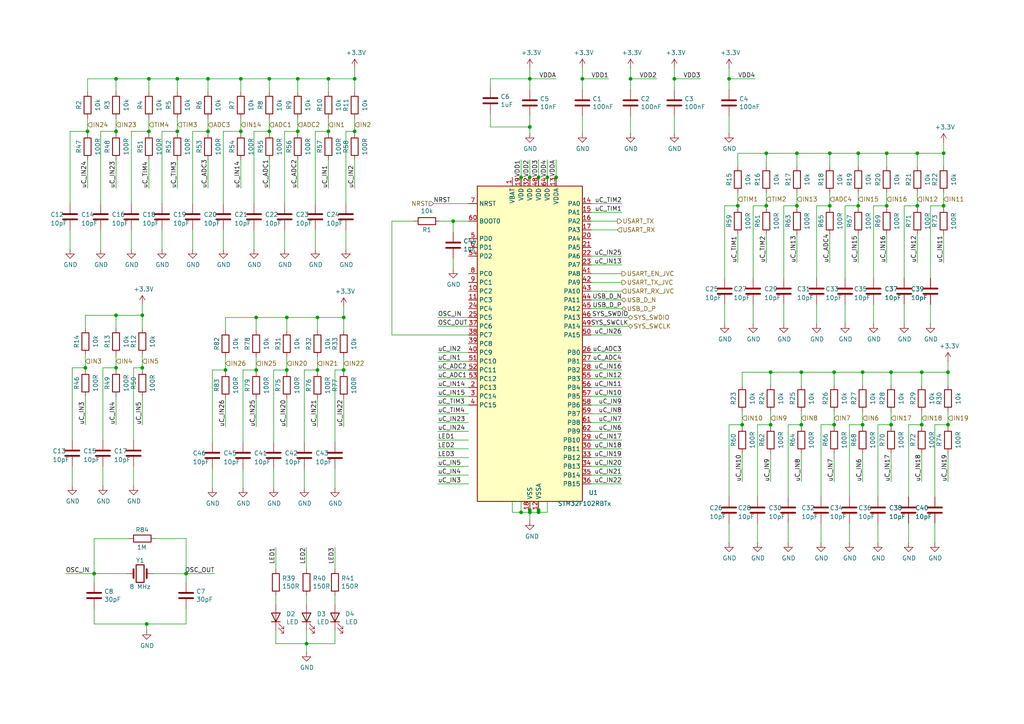
<source format=kicad_sch>
(kicad_sch (version 20250114) (generator "eeschema") (generator_version "9.0")
  (paper "A4")
  (title_block (title "Hido") (date "2020-02-10") (rev "0") (company "DottorConti"))
  (junction (at 25.4 38.1))
  (junction (at 257.175 59.69))
  (junction (at 65.405 107.315))
  (junction (at 41.275 106.68))
  (junction (at 222.25 44.45))
  (junction (at 250.19 107.95))
  (junction (at 151.13 51.435))
  (junction (at 131.445 64.135))
  (junction (at 232.41 107.95))
  (junction (at 92.075 107.315))
  (junction (at 248.92 59.69))
  (junction (at 168.91 22.86))
  (junction (at 273.685 44.45))
  (junction (at 95.25 22.86))
  (junction (at 156.21 51.435))
  (junction (at 43.18 22.86))
  (junction (at 156.21 148.59))
  (junction (at 69.85 22.86))
  (junction (at 232.41 123.19))
  (junction (at 83.185 92.075))
  (junction (at 266.065 44.45))
  (junction (at 273.685 59.69))
  (junction (at 267.335 123.19))
  (junction (at 88.9 186.69))
  (junction (at 86.36 22.86))
  (junction (at 223.52 107.95))
  (junction (at 231.14 59.69))
  (junction (at 78.105 22.86))
  (junction (at 33.655 38.1))
  (junction (at 274.955 107.95))
  (junction (at 99.695 92.075))
  (junction (at 33.655 91.44))
  (junction (at 182.88 22.86))
  (junction (at 102.87 22.86))
  (junction (at 213.995 59.69))
  (junction (at 60.325 38.1))
  (junction (at 274.955 123.19))
  (junction (at 95.25 38.1))
  (junction (at 78.105 38.1))
  (junction (at 241.935 107.95))
  (junction (at 241.935 123.19))
  (junction (at 43.18 38.1))
  (junction (at 83.185 107.315))
  (junction (at 231.14 44.45))
  (junction (at 86.36 38.1))
  (junction (at 258.445 123.19))
  (junction (at 240.665 44.45))
  (junction (at 102.87 38.1))
  (junction (at 92.075 92.075))
  (junction (at 158.75 51.435))
  (junction (at 41.275 91.44))
  (junction (at 248.92 44.45))
  (junction (at 161.29 51.435))
  (junction (at 99.695 107.315))
  (junction (at 51.435 22.86))
  (junction (at 153.67 147.955))
  (junction (at 267.335 107.95))
  (junction (at 51.435 38.1))
  (junction (at 27.305 166.37))
  (junction (at 151.13 148.59))
  (junction (at 74.295 92.075))
  (junction (at 223.52 123.19))
  (junction (at 153.67 51.435))
  (junction (at 240.665 59.69))
  (junction (at 211.455 22.86))
  (junction (at 153.67 148.59))
  (junction (at 69.85 38.1))
  (junction (at 195.58 22.86))
  (junction (at 215.265 123.19))
  (junction (at 156.21 147.955))
  (junction (at 258.445 107.95))
  (junction (at 60.325 22.86))
  (junction (at 266.065 59.69))
  (junction (at 24.765 106.68))
  (junction (at 257.175 44.45))
  (junction (at 74.295 107.315))
  (junction (at 33.655 106.68))
  (junction (at 153.67 36.83))
  (junction (at 222.25 59.69))
  (junction (at 250.19 123.19))
  (junction (at 53.975 166.37))
  (junction (at 42.545 180.975))
  (junction (at 153.67 22.86))
  (junction (at 33.655 22.86))
  (wire (pts (xy 248.92 44.45) (xy 257.175 44.45)))
  (wire (pts (xy 24.765 107.315) (xy 24.765 106.68)))
  (wire (pts (xy 88.265 128.27) (xy 88.265 107.315)))
  (wire (pts (xy 53.975 156.21) (xy 53.975 166.37)))
  (wire (pts (xy 258.445 119.38) (xy 258.445 123.19)))
  (wire (pts (xy 135.89 127.635) (xy 127 127.635)))
  (wire (pts (xy 65.405 115.57) (xy 65.405 123.825)))
  (wire (pts (xy 195.58 22.86) (xy 203.2 22.86)))
  (wire (pts (xy 29.845 135.255) (xy 29.845 140.97)))
  (wire (pts (xy 135.89 102.235) (xy 127 102.235)))
  (wire (pts (xy 25.4 38.1) (xy 25.4 34.29)))
  (wire (pts (xy 97.155 186.69) (xy 88.9 186.69)))
  (wire (pts (xy 158.75 53.975) (xy 158.75 51.435)))
  (wire (pts (xy 210.185 88.265) (xy 210.185 93.98)))
  (wire (pts (xy 238.125 123.19) (xy 241.935 123.19)))
  (wire (pts (xy 78.105 26.67) (xy 78.105 22.86)))
  (wire (pts (xy 151.13 53.975) (xy 151.13 51.435)))
  (wire (pts (xy 86.36 34.29) (xy 86.36 38.1)))
  (wire (pts (xy 156.21 51.435) (xy 156.21 46.355)))
  (wire (pts (xy 153.67 148.59) (xy 153.67 147.955)))
  (wire (pts (xy 171.45 76.835) (xy 180.34 76.835)))
  (wire (pts (xy 82.55 59.055) (xy 82.55 38.1)))
  (wire (pts (xy 153.67 53.975) (xy 153.67 51.435)))
  (wire (pts (xy 83.185 107.315) (xy 83.185 103.505)))
  (wire (pts (xy 248.92 67.945) (xy 248.92 76.2)))
  (wire (pts (xy 92.075 107.95) (xy 92.075 107.315)))
  (wire (pts (xy 53.975 168.91) (xy 53.975 166.37)))
  (wire (pts (xy 83.185 115.57) (xy 83.185 123.825)))
  (wire (pts (xy 227.33 59.69) (xy 231.14 59.69)))
  (wire (pts (xy 33.655 22.86) (xy 43.18 22.86)))
  (wire (pts (xy 171.45 89.535) (xy 180.34 89.535)))
  (wire (pts (xy 36.83 166.37) (xy 27.305 166.37)))
  (wire (pts (xy 27.305 180.975) (xy 27.305 176.53)))
  (wire (pts (xy 88.9 165.1) (xy 88.9 158.75)))
  (wire (pts (xy 236.855 88.265) (xy 236.855 93.98)))
  (wire (pts (xy 171.45 125.095) (xy 180.34 125.095)))
  (wire (pts (xy 153.67 22.86) (xy 161.29 22.86)))
  (wire (pts (xy 25.4 38.735) (xy 25.4 38.1)))
  (wire (pts (xy 38.1 38.1) (xy 43.18 38.1)))
  (wire (pts (xy 80.01 186.69) (xy 80.01 182.88)))
  (wire (pts (xy 61.595 128.27) (xy 61.595 107.315)))
  (wire (pts (xy 223.52 131.445) (xy 223.52 139.7)))
  (wire (pts (xy 88.9 189.23) (xy 88.9 186.69)))
  (wire (pts (xy 171.45 74.295) (xy 180.34 74.295)))
  (wire (pts (xy 171.45 109.855) (xy 180.34 109.855)))
  (wire (pts (xy 240.665 67.945) (xy 240.665 76.2)))
  (wire (pts (xy 213.995 44.45) (xy 222.25 44.45)))
  (wire (pts (xy 33.655 95.25) (xy 33.655 91.44)))
  (wire (pts (xy 60.325 46.355) (xy 60.325 54.61)))
  (wire (pts (xy 232.41 107.95) (xy 241.935 107.95)))
  (wire (pts (xy 171.45 120.015) (xy 180.34 120.015)))
  (wire (pts (xy 51.435 22.86) (xy 60.325 22.86)))
  (wire (pts (xy 102.87 22.86) (xy 102.87 19.685)))
  (wire (pts (xy 92.075 115.57) (xy 92.075 123.825)))
  (wire (pts (xy 20.32 38.1) (xy 25.4 38.1)))
  (wire (pts (xy 100.33 38.1) (xy 102.87 38.1)))
  (wire (pts (xy 153.67 22.86) (xy 153.67 26.035)))
  (wire (pts (xy 161.29 53.975) (xy 161.29 51.435)))
  (wire (pts (xy 246.38 151.765) (xy 246.38 157.48)))
  (wire (pts (xy 228.6 123.19) (xy 232.41 123.19)))
  (wire (pts (xy 86.36 26.67) (xy 86.36 22.86)))
  (wire (pts (xy 182.88 19.685) (xy 182.88 22.86)))
  (wire (pts (xy 135.89 104.775) (xy 127 104.775)))
  (wire (pts (xy 241.935 123.19) (xy 241.935 119.38)))
  (wire (pts (xy 79.375 135.89) (xy 79.375 141.605)))
  (wire (pts (xy 232.41 123.19) (xy 232.41 123.825)))
  (wire (pts (xy 92.075 95.885) (xy 92.075 92.075)))
  (wire (pts (xy 171.45 92.075) (xy 182.245 92.075)))
  (wire (pts (xy 113.665 97.155) (xy 113.665 64.135)))
  (wire (pts (xy 70.485 128.27) (xy 70.485 107.315)))
  (wire (pts (xy 215.265 107.95) (xy 223.52 107.95)))
  (wire (pts (xy 131.445 64.135) (xy 135.89 64.135)))
  (wire (pts (xy 246.38 144.145) (xy 246.38 123.19)))
  (wire (pts (xy 211.455 26.035) (xy 211.455 22.86)))
  (wire (pts (xy 24.765 91.44) (xy 33.655 91.44)))
  (wire (pts (xy 51.435 46.355) (xy 51.435 54.61)))
  (wire (pts (xy 156.21 148.59) (xy 153.67 148.59)))
  (wire (pts (xy 74.295 107.315) (xy 74.295 103.505)))
  (wire (pts (xy 253.365 59.69) (xy 257.175 59.69)))
  (wire (pts (xy 25.4 22.86) (xy 33.655 22.86)))
  (wire (pts (xy 210.185 59.69) (xy 213.995 59.69)))
  (wire (pts (xy 38.735 127.635) (xy 38.735 106.68)))
  (wire (pts (xy 153.67 147.955) (xy 153.67 145.415)))
  (wire (pts (xy 151.13 148.59) (xy 153.67 148.59)))
  (wire (pts (xy 135.89 117.475) (xy 127 117.475)))
  (wire (pts (xy 80.01 165.1) (xy 80.01 158.75)))
  (wire (pts (xy 246.38 123.19) (xy 250.19 123.19)))
  (wire (pts (xy 142.24 25.4) (xy 142.24 22.86)))
  (wire (pts (xy 222.25 67.945) (xy 222.25 76.2)))
  (wire (pts (xy 53.975 180.975) (xy 42.545 180.975)))
  (wire (pts (xy 83.185 92.075) (xy 92.075 92.075)))
  (wire (pts (xy 135.89 94.615) (xy 127 94.615)))
  (wire (pts (xy 65.405 107.315) (xy 65.405 103.505)))
  (wire (pts (xy 171.45 94.615) (xy 182.245 94.615)))
  (wire (pts (xy 29.21 59.055) (xy 29.21 38.1)))
  (wire (pts (xy 55.88 66.675) (xy 55.88 72.39)))
  (wire (pts (xy 88.265 107.315) (xy 92.075 107.315)))
  (wire (pts (xy 102.87 34.29) (xy 102.87 38.1)))
  (wire (pts (xy 80.01 172.72) (xy 80.01 175.26)))
  (wire (pts (xy 213.995 48.26) (xy 213.995 44.45)))
  (wire (pts (xy 211.455 151.765) (xy 211.455 157.48)))
  (wire (pts (xy 274.955 119.38) (xy 274.955 123.19)))
  (wire (pts (xy 171.45 137.795) (xy 180.34 137.795)))
  (wire (pts (xy 102.87 26.67) (xy 102.87 22.86)))
  (wire (pts (xy 51.435 26.67) (xy 51.435 22.86)))
  (wire (pts (xy 236.855 80.645) (xy 236.855 59.69)))
  (wire (pts (xy 248.92 60.325) (xy 248.92 59.69)))
  (wire (pts (xy 135.89 120.015) (xy 127 120.015)))
  (wire (pts (xy 273.685 59.69) (xy 273.685 60.325)))
  (wire (pts (xy 223.52 111.76) (xy 223.52 107.95)))
  (wire (pts (xy 232.41 111.76) (xy 232.41 107.95)))
  (wire (pts (xy 100.33 59.055) (xy 100.33 38.1)))
  (wire (pts (xy 88.265 135.89) (xy 88.265 141.605)))
  (wire (pts (xy 70.485 107.315) (xy 74.295 107.315)))
  (wire (pts (xy 88.9 182.88) (xy 88.9 186.69)))
  (wire (pts (xy 41.275 91.44) (xy 41.275 88.265)))
  (wire (pts (xy 82.55 38.1) (xy 86.36 38.1)))
  (wire (pts (xy 210.185 80.645) (xy 210.185 59.69)))
  (wire (pts (xy 211.455 144.145) (xy 211.455 123.19)))
  (wire (pts (xy 38.735 106.68) (xy 41.275 106.68)))
  (wire (pts (xy 161.29 51.435) (xy 161.29 46.355)))
  (wire (pts (xy 97.155 182.88) (xy 97.155 186.69)))
  (wire (pts (xy 213.995 60.325) (xy 213.995 59.69)))
  (wire (pts (xy 271.145 144.145) (xy 271.145 123.19)))
  (wire (pts (xy 250.19 111.76) (xy 250.19 107.95)))
  (wire (pts (xy 269.875 88.265) (xy 269.875 93.98)))
  (wire (pts (xy 92.075 92.075) (xy 99.695 92.075)))
  (wire (pts (xy 82.55 66.675) (xy 82.55 72.39)))
  (wire (pts (xy 245.11 88.265) (xy 245.11 93.98)))
  (wire (pts (xy 262.255 59.69) (xy 266.065 59.69)))
  (wire (pts (xy 97.155 135.89) (xy 97.155 141.605)))
  (wire (pts (xy 131.445 67.31) (xy 131.445 64.135)))
  (wire (pts (xy 171.45 130.175) (xy 180.34 130.175)))
  (wire (pts (xy 238.125 144.145) (xy 238.125 123.19)))
  (wire (pts (xy 92.075 107.315) (xy 92.075 103.505)))
  (wire (pts (xy 95.25 34.29) (xy 95.25 38.1)))
  (wire (pts (xy 215.265 123.825) (xy 215.265 123.19)))
  (wire (pts (xy 41.275 106.68) (xy 41.275 107.315)))
  (wire (pts (xy 182.88 22.86) (xy 182.88 26.035)))
  (wire (pts (xy 83.185 107.95) (xy 83.185 107.315)))
  (wire (pts (xy 79.375 107.315) (xy 83.185 107.315)))
  (wire (pts (xy 142.24 36.83) (xy 153.67 36.83)))
  (wire (pts (xy 65.405 107.95) (xy 65.405 107.315)))
  (wire (pts (xy 70.485 135.89) (xy 70.485 141.605)))
  (wire (pts (xy 86.36 22.86) (xy 95.25 22.86)))
  (wire (pts (xy 41.275 95.25) (xy 41.275 91.44)))
  (wire (pts (xy 79.375 128.27) (xy 79.375 107.315)))
  (wire (pts (xy 91.44 66.675) (xy 91.44 72.39)))
  (wire (pts (xy 171.45 81.915) (xy 180.34 81.915)))
  (wire (pts (xy 171.45 97.155) (xy 180.34 97.155)))
  (wire (pts (xy 168.91 26.035) (xy 168.91 22.86)))
  (wire (pts (xy 29.845 127.635) (xy 29.845 106.68)))
  (wire (pts (xy 213.995 67.945) (xy 213.995 76.2)))
  (wire (pts (xy 257.175 67.945) (xy 257.175 76.2)))
  (wire (pts (xy 250.19 107.95) (xy 258.445 107.95)))
  (wire (pts (xy 171.45 122.555) (xy 180.34 122.555)))
  (wire (pts (xy 240.665 44.45) (xy 248.92 44.45)))
  (wire (pts (xy 38.1 59.055) (xy 38.1 38.1)))
  (wire (pts (xy 168.91 38.735) (xy 168.91 33.655)))
  (wire (pts (xy 43.18 38.1) (xy 43.18 38.735)))
  (wire (pts (xy 91.44 38.1) (xy 95.25 38.1)))
  (wire (pts (xy 158.75 148.59) (xy 156.21 148.59)))
  (wire (pts (xy 228.6 151.765) (xy 228.6 157.48)))
  (wire (pts (xy 271.145 123.19) (xy 274.955 123.19)))
  (wire (pts (xy 83.185 95.885) (xy 83.185 92.075)))
  (wire (pts (xy 168.91 22.86) (xy 168.91 19.685)))
  (wire (pts (xy 51.435 34.29) (xy 51.435 38.1)))
  (wire (pts (xy 245.11 59.69) (xy 248.92 59.69)))
  (wire (pts (xy 231.14 48.26) (xy 231.14 44.45)))
  (wire (pts (xy 135.89 59.055) (xy 125.73 59.055)))
  (wire (pts (xy 20.32 72.39) (xy 20.32 66.675)))
  (wire (pts (xy 158.75 145.415) (xy 158.75 148.59)))
  (wire (pts (xy 27.305 156.21) (xy 27.305 166.37)))
  (wire (pts (xy 74.295 95.885) (xy 74.295 92.075)))
  (wire (pts (xy 135.89 130.175) (xy 127 130.175)))
  (wire (pts (xy 153.67 38.735) (xy 153.67 36.83)))
  (wire (pts (xy 231.14 59.69) (xy 231.14 60.325)))
  (wire (pts (xy 91.44 59.055) (xy 91.44 38.1)))
  (wire (pts (xy 135.89 114.935) (xy 127 114.935)))
  (wire (pts (xy 171.45 104.775) (xy 180.34 104.775)))
  (wire (pts (xy 253.365 88.265) (xy 253.365 93.98)))
  (wire (pts (xy 97.155 128.27) (xy 97.155 107.315)))
  (wire (pts (xy 55.88 59.055) (xy 55.88 38.1)))
  (wire (pts (xy 215.265 111.76) (xy 215.265 107.95)))
  (wire (pts (xy 25.4 46.355) (xy 25.4 54.61)))
  (wire (pts (xy 74.295 115.57) (xy 74.295 123.825)))
  (wire (pts (xy 241.935 111.76) (xy 241.935 107.95)))
  (wire (pts (xy 171.45 84.455) (xy 180.34 84.455)))
  (wire (pts (xy 97.155 165.1) (xy 97.155 158.75)))
  (wire (pts (xy 69.85 22.86) (xy 78.105 22.86)))
  (wire (pts (xy 171.45 114.935) (xy 180.34 114.935)))
  (wire (pts (xy 171.45 79.375) (xy 180.34 79.375)))
  (wire (pts (xy 262.255 80.645) (xy 262.255 59.69)))
  (wire (pts (xy 222.25 48.26) (xy 222.25 44.45)))
  (wire (pts (xy 231.14 55.88) (xy 231.14 59.69)))
  (wire (pts (xy 42.545 182.88) (xy 42.545 180.975)))
  (wire (pts (xy 153.67 22.86) (xy 153.67 19.685)))
  (wire (pts (xy 266.065 44.45) (xy 273.685 44.45)))
  (wire (pts (xy 245.11 80.645) (xy 245.11 59.69)))
  (wire (pts (xy 135.89 97.155) (xy 113.665 97.155)))
  (wire (pts (xy 135.89 122.555) (xy 127 122.555)))
  (wire (pts (xy 262.255 88.265) (xy 262.255 93.98)))
  (wire (pts (xy 258.445 131.445) (xy 258.445 139.7)))
  (wire (pts (xy 61.595 135.89) (xy 61.595 141.605)))
  (wire (pts (xy 274.955 111.76) (xy 274.955 107.95)))
  (wire (pts (xy 274.955 123.19) (xy 274.955 123.825)))
  (wire (pts (xy 269.875 80.645) (xy 269.875 59.69)))
  (wire (pts (xy 273.685 48.26) (xy 273.685 44.45)))
  (wire (pts (xy 43.18 34.29) (xy 43.18 38.1)))
  (wire (pts (xy 64.77 59.055) (xy 64.77 38.1)))
  (wire (pts (xy 20.32 59.055) (xy 20.32 38.1)))
  (wire (pts (xy 171.45 127.635) (xy 180.34 127.635)))
  (wire (pts (xy 20.955 135.255) (xy 20.955 140.97)))
  (wire (pts (xy 171.45 61.595) (xy 180.34 61.595)))
  (wire (pts (xy 88.9 186.69) (xy 80.01 186.69)))
  (wire (pts (xy 60.325 22.86) (xy 69.85 22.86)))
  (wire (pts (xy 267.335 123.19) (xy 267.335 119.38)))
  (wire (pts (xy 222.25 59.69) (xy 222.25 55.88)))
  (wire (pts (xy 95.25 38.1) (xy 95.25 38.735)))
  (wire (pts (xy 219.71 151.765) (xy 219.71 157.48)))
  (wire (pts (xy 215.265 131.445) (xy 215.265 139.7)))
  (wire (pts (xy 53.975 166.37) (xy 62.23 166.37)))
  (wire (pts (xy 20.955 106.68) (xy 24.765 106.68)))
  (wire (pts (xy 131.445 78.105) (xy 131.445 74.93)))
  (wire (pts (xy 78.105 46.355) (xy 78.105 54.61)))
  (wire (pts (xy 33.655 34.29) (xy 33.655 38.1)))
  (wire (pts (xy 211.455 22.86) (xy 219.075 22.86)))
  (wire (pts (xy 78.105 34.29) (xy 78.105 38.1)))
  (wire (pts (xy 248.92 59.69) (xy 248.92 55.88)))
  (wire (pts (xy 218.44 80.645) (xy 218.44 59.69)))
  (wire (pts (xy 269.875 59.69) (xy 273.685 59.69)))
  (wire (pts (xy 27.305 166.37) (xy 19.05 166.37)))
  (wire (pts (xy 151.13 51.435) (xy 151.13 46.355)))
  (wire (pts (xy 240.665 48.26) (xy 240.665 44.45)))
  (wire (pts (xy 46.99 38.1) (xy 51.435 38.1)))
  (wire (pts (xy 27.305 166.37) (xy 27.305 168.91)))
  (wire (pts (xy 274.955 131.445) (xy 274.955 139.7)))
  (wire (pts (xy 43.18 22.86) (xy 51.435 22.86)))
  (wire (pts (xy 95.25 22.86) (xy 102.87 22.86)))
  (wire (pts (xy 231.14 44.45) (xy 240.665 44.45)))
  (wire (pts (xy 64.77 66.675) (xy 64.77 72.39)))
  (wire (pts (xy 74.295 107.95) (xy 74.295 107.315)))
  (wire (pts (xy 65.405 95.885) (xy 65.405 92.075)))
  (wire (pts (xy 73.66 72.39) (xy 73.66 66.675)))
  (wire (pts (xy 250.19 123.825) (xy 250.19 123.19)))
  (wire (pts (xy 69.85 34.29) (xy 69.85 38.1)))
  (wire (pts (xy 257.175 48.26) (xy 257.175 44.45)))
  (wire (pts (xy 171.45 112.395) (xy 180.34 112.395)))
  (wire (pts (xy 254.635 123.19) (xy 258.445 123.19)))
  (wire (pts (xy 267.335 107.95) (xy 274.955 107.95)))
  (wire (pts (xy 273.685 67.945) (xy 273.685 76.2)))
  (wire (pts (xy 69.85 38.1) (xy 69.85 38.735)))
  (wire (pts (xy 97.155 107.315) (xy 99.695 107.315)))
  (wire (pts (xy 223.52 107.95) (xy 232.41 107.95)))
  (wire (pts (xy 135.89 92.075) (xy 127 92.075)))
  (wire (pts (xy 33.655 106.68) (xy 33.655 102.87)))
  (wire (pts (xy 263.525 144.145) (xy 263.525 123.19)))
  (wire (pts (xy 171.45 135.255) (xy 180.34 135.255)))
  (wire (pts (xy 211.455 123.19) (xy 215.265 123.19)))
  (wire (pts (xy 195.58 22.86) (xy 195.58 19.685)))
  (wire (pts (xy 241.935 131.445) (xy 241.935 139.7)))
  (wire (pts (xy 33.655 38.1) (xy 33.655 38.735)))
  (wire (pts (xy 240.665 59.69) (xy 240.665 55.88)))
  (wire (pts (xy 38.735 135.255) (xy 38.735 140.97)))
  (wire (pts (xy 45.085 156.21) (xy 53.975 156.21)))
  (wire (pts (xy 227.33 88.265) (xy 227.33 93.98)))
  (wire (pts (xy 263.525 123.19) (xy 267.335 123.19)))
  (wire (pts (xy 156.21 145.415) (xy 156.21 147.955)))
  (wire (pts (xy 99.695 103.505) (xy 99.695 107.315)))
  (wire (pts (xy 250.19 131.445) (xy 250.19 139.7)))
  (wire (pts (xy 74.295 92.075) (xy 83.185 92.075)))
  (wire (pts (xy 148.59 145.415) (xy 148.59 148.59)))
  (wire (pts (xy 171.45 59.055) (xy 180.34 59.055)))
  (wire (pts (xy 73.66 38.1) (xy 78.105 38.1)))
  (wire (pts (xy 43.18 46.355) (xy 43.18 54.61)))
  (wire (pts (xy 153.67 51.435) (xy 153.67 46.355)))
  (wire (pts (xy 171.45 107.315) (xy 180.34 107.315)))
  (wire (pts (xy 60.325 38.1) (xy 60.325 38.735)))
  (wire (pts (xy 219.71 123.19) (xy 223.52 123.19)))
  (wire (pts (xy 171.45 132.715) (xy 180.34 132.715)))
  (wire (pts (xy 73.66 59.055) (xy 73.66 38.1)))
  (wire (pts (xy 148.59 148.59) (xy 151.13 148.59)))
  (wire (pts (xy 53.975 176.53) (xy 53.975 180.975)))
  (wire (pts (xy 69.85 26.67) (xy 69.85 22.86)))
  (wire (pts (xy 274.955 107.95) (xy 274.955 104.775)))
  (wire (pts (xy 171.45 140.335) (xy 180.34 140.335)))
  (wire (pts (xy 135.89 109.855) (xy 127 109.855)))
  (wire (pts (xy 222.25 60.325) (xy 222.25 59.69)))
  (wire (pts (xy 253.365 80.645) (xy 253.365 59.69)))
  (wire (pts (xy 135.89 112.395) (xy 127 112.395)))
  (wire (pts (xy 95.25 26.67) (xy 95.25 22.86)))
  (wire (pts (xy 33.655 114.935) (xy 33.655 123.19)))
  (wire (pts (xy 33.655 26.67) (xy 33.655 22.86)))
  (wire (pts (xy 46.99 66.675) (xy 46.99 72.39)))
  (wire (pts (xy 86.36 38.1) (xy 86.36 38.735)))
  (wire (pts (xy 20.955 127.635) (xy 20.955 106.68)))
  (wire (pts (xy 222.25 44.45) (xy 231.14 44.45)))
  (wire (pts (xy 182.88 38.735) (xy 182.88 33.655)))
  (wire (pts (xy 127.635 64.135) (xy 131.445 64.135)))
  (wire (pts (xy 273.685 55.88) (xy 273.685 59.69)))
  (wire (pts (xy 213.995 59.69) (xy 213.995 55.88)))
  (wire (pts (xy 258.445 123.19) (xy 258.445 123.825)))
  (wire (pts (xy 153.67 151.13) (xy 153.67 148.59)))
  (wire (pts (xy 55.88 38.1) (xy 60.325 38.1)))
  (wire (pts (xy 153.67 36.83) (xy 153.67 33.655)))
  (wire (pts (xy 60.325 26.67) (xy 60.325 22.86)))
  (wire (pts (xy 257.175 55.88) (xy 257.175 59.69)))
  (wire (pts (xy 24.765 106.68) (xy 24.765 102.87)))
  (wire (pts (xy 43.18 26.67) (xy 43.18 22.86)))
  (wire (pts (xy 33.655 91.44) (xy 41.275 91.44)))
  (wire (pts (xy 88.9 175.26) (xy 88.9 172.72)))
  (wire (pts (xy 29.21 72.39) (xy 29.21 66.675)))
  (wire (pts (xy 266.065 60.325) (xy 266.065 59.69)))
  (wire (pts (xy 41.275 102.87) (xy 41.275 106.68)))
  (wire (pts (xy 51.435 38.1) (xy 51.435 38.735)))
  (wire (pts (xy 211.455 38.735) (xy 211.455 33.655)))
  (wire (pts (xy 29.21 38.1) (xy 33.655 38.1)))
  (wire (pts (xy 69.85 46.355) (xy 69.85 54.61)))
  (wire (pts (xy 273.685 44.45) (xy 273.685 41.275)))
  (wire (pts (xy 65.405 92.075) (xy 74.295 92.075)))
  (wire (pts (xy 263.525 151.765) (xy 263.525 157.48)))
  (wire (pts (xy 223.52 123.19) (xy 223.52 119.38)))
  (wire (pts (xy 135.89 107.315) (xy 127 107.315)))
  (wire (pts (xy 142.24 22.86) (xy 153.67 22.86)))
  (wire (pts (xy 38.1 66.675) (xy 38.1 72.39)))
  (wire (pts (xy 46.99 38.1) (xy 46.99 59.055)))
  (wire (pts (xy 227.33 80.645) (xy 227.33 59.69)))
  (wire (pts (xy 127 140.335) (xy 135.89 140.335)))
  (wire (pts (xy 258.445 111.76) (xy 258.445 107.95)))
  (wire (pts (xy 267.335 123.825) (xy 267.335 123.19)))
  (wire (pts (xy 102.87 46.355) (xy 102.87 54.61)))
  (wire (pts (xy 248.92 48.26) (xy 248.92 44.45)))
  (wire (pts (xy 24.765 114.935) (xy 24.765 123.19)))
  (wire (pts (xy 254.635 144.145) (xy 254.635 123.19)))
  (wire (pts (xy 102.87 38.1) (xy 102.87 38.735)))
  (wire (pts (xy 37.465 156.21) (xy 27.305 156.21)))
  (wire (pts (xy 190.5 22.86) (xy 182.88 22.86)))
  (wire (pts (xy 151.13 145.415) (xy 151.13 148.59)))
  (wire (pts (xy 257.175 59.69) (xy 257.175 60.325)))
  (wire (pts (xy 135.89 137.795) (xy 127 137.795)))
  (wire (pts (xy 25.4 26.67) (xy 25.4 22.86)))
  (wire (pts (xy 267.335 131.445) (xy 267.335 139.7)))
  (wire (pts (xy 64.77 38.1) (xy 69.85 38.1)))
  (wire (pts (xy 113.665 64.135) (xy 120.015 64.135)))
  (wire (pts (xy 228.6 144.145) (xy 228.6 123.19)))
  (wire (pts (xy 211.455 22.86) (xy 211.455 19.685)))
  (wire (pts (xy 135.89 132.715) (xy 127 132.715)))
  (wire (pts (xy 142.24 33.02) (xy 142.24 36.83)))
  (wire (pts (xy 232.41 131.445) (xy 232.41 139.7)))
  (wire (pts (xy 219.71 144.145) (xy 219.71 123.19)))
  (wire (pts (xy 33.655 107.315) (xy 33.655 106.68)))
  (wire (pts (xy 44.45 166.37) (xy 53.975 166.37)))
  (wire (pts (xy 195.58 38.735) (xy 195.58 33.655)))
  (wire (pts (xy 250.19 123.19) (xy 250.19 119.38)))
  (wire (pts (xy 236.855 59.69) (xy 240.665 59.69)))
  (wire (pts (xy 266.065 48.26) (xy 266.065 44.45)))
  (wire (pts (xy 156.21 53.975) (xy 156.21 51.435)))
  (wire (pts (xy 176.53 22.86) (xy 168.91 22.86)))
  (wire (pts (xy 29.845 106.68) (xy 33.655 106.68)))
  (wire (pts (xy 238.125 151.765) (xy 238.125 157.48)))
  (wire (pts (xy 241.935 123.825) (xy 241.935 123.19)))
  (wire (pts (xy 99.695 95.885) (xy 99.695 92.075)))
  (wire (pts (xy 95.25 46.355) (xy 95.25 54.61)))
  (wire (pts (xy 42.545 180.975) (xy 27.305 180.975)))
  (wire (pts (xy 232.41 119.38) (xy 232.41 123.19)))
  (wire (pts (xy 97.155 172.72) (xy 97.155 175.26)))
  (wire (pts (xy 267.335 111.76) (xy 267.335 107.95)))
  (wire (pts (xy 215.265 123.19) (xy 215.265 119.38)))
  (wire (pts (xy 271.145 151.765) (xy 271.145 157.48)))
  (wire (pts (xy 135.89 135.255) (xy 127 135.255)))
  (wire (pts (xy 266.065 67.945) (xy 266.065 76.2)))
  (wire (pts (xy 171.45 102.235) (xy 180.34 102.235)))
  (wire (pts (xy 99.695 115.57) (xy 99.695 123.825)))
  (wire (pts (xy 195.58 26.035) (xy 195.58 22.86)))
  (wire (pts (xy 99.695 107.315) (xy 99.695 107.95)))
  (wire (pts (xy 60.325 34.29) (xy 60.325 38.1)))
  (wire (pts (xy 156.21 147.955) (xy 156.21 148.59)))
  (wire (pts (xy 100.33 66.675) (xy 100.33 72.39)))
  (wire (pts (xy 61.595 107.315) (xy 65.405 107.315)))
  (wire (pts (xy 171.45 86.995) (xy 180.34 86.995)))
  (wire (pts (xy 171.45 117.475) (xy 180.34 117.475)))
  (wire (pts (xy 266.065 59.69) (xy 266.065 55.88)))
  (wire (pts (xy 254.635 151.765) (xy 254.635 157.48)))
  (wire (pts (xy 179.07 64.135) (xy 171.45 64.135)))
  (wire (pts (xy 24.765 95.25) (xy 24.765 91.44)))
  (wire (pts (xy 241.935 107.95) (xy 250.19 107.95)))
  (wire (pts (xy 33.655 46.355) (xy 33.655 54.61)))
  (wire (pts (xy 86.36 46.355) (xy 86.36 54.61)))
  (wire (pts (xy 99.695 92.075) (xy 99.695 88.9)))
  (wire (pts (xy 218.44 59.69) (xy 222.25 59.69)))
  (wire (pts (xy 258.445 107.95) (xy 267.335 107.95)))
  (wire (pts (xy 41.275 114.935) (xy 41.275 123.19)))
  (wire (pts (xy 240.665 60.325) (xy 240.665 59.69)))
  (wire (pts (xy 78.105 22.86) (xy 86.36 22.86)))
  (wire (pts (xy 135.89 125.095) (xy 127 125.095)))
  (wire (pts (xy 218.44 88.265) (xy 218.44 93.98)))
  (wire (pts (xy 171.45 66.675) (xy 179.07 66.675)))
  (wire (pts (xy 223.52 123.825) (xy 223.52 123.19)))
  (wire (pts (xy 257.175 44.45) (xy 266.065 44.45)))
  (wire (pts (xy 231.14 67.945) (xy 231.14 76.2)))
  (wire (pts (xy 158.75 51.435) (xy 158.75 46.355)))
  (wire (pts (xy 78.105 38.1) (xy 78.105 38.735)))
  (label "uC_IN9" (at 223.52 139.7 90))
  (label "LED3" (at 97.155 158.75 270))
  (label "uC_IN22" (at 180.34 140.335 180))
  (label "OSC_OUT" (at 127 94.615 0))
  (label "uC_IN15" (at 127 114.935 0))
  (label "uC_IN13" (at 231.14 76.2 90))
  (label "uC_IN6" (at 250.19 139.7 90))
  (label "uC_ADC3" (at 60.325 54.61 90))
  (label "uC_IN19" (at 274.955 139.7 90))
  (label "VDD4" (at 158.75 46.355 270))
  (label "uC_IN9" (at 180.34 117.475 180))
  (label "VDD2" (at 153.67 46.355 270))
  (label "VDD1" (at 151.13 46.355 270))
  (label "uC_IN23" (at 127 122.555 0))
  (label "uC_TIM2" (at 222.25 76.2 90))
  (label "uC_IN15" (at 248.92 76.2 90))
  (label "LED3" (at 127 132.715 0))
  (label "uC_ADC2" (at 86.36 54.61 90))
  (label "USB_D_P" (at 180.34 89.535 180))
  (label "uC_ADC1" (at 127 109.855 0))
  (label "LED1" (at 80.01 158.75 270))
  (label "uC_IN25" (at 74.295 123.825 90))
  (label "uC_IN5" (at 41.275 123.19 90))
  (label "uC_IN10" (at 180.34 114.935 180))
  (label "uC_IN18" (at 180.34 130.175 180))
  (label "uC_ADC1" (at 78.105 54.61 90))
  (label "uC_IN21" (at 92.075 123.825 90))
  (label "uC_IN19" (at 180.34 132.715 180))
  (label "uC_IN11" (at 273.685 76.2 90))
  (label "VDD3" (at 203.2 22.86 180))
  (label "uC_IN17" (at 180.34 127.635 180))
  (label "SYS_SWCLK" (at 182.245 94.615 180))
  (label "uC_IN6" (at 180.34 125.095 180))
  (label "VDDA" (at 161.29 46.355 270))
  (label "USB_D_N" (at 180.34 86.995 180))
  (label "VDDA" (at 161.29 22.86 180))
  (label "SYS_SWDIO" (at 182.245 92.075 180))
  (label "uC_IN16" (at 180.34 107.315 180))
  (label "LED2" (at 127 130.175 0))
  (label "uC_TIM2" (at 180.34 59.055 180))
  (label "uC_IN1" (at 95.25 54.61 90))
  (label "uC_IN8" (at 232.41 139.7 90))
  (label "VDD4" (at 219.075 22.86 180))
  (label "uC_IN24" (at 127 125.095 0))
  (label "uC_IN26" (at 65.405 123.825 90))
  (label "VDD1" (at 176.53 22.86 180))
  (label "OSC_IN" (at 127 92.075 0))
  (label "uC_ADC3" (at 180.34 102.235 180))
  (label "LED2" (at 88.9 158.75 270))
  (label "uC_IN1" (at 127 104.775 0))
  (label "uC_IN14" (at 69.85 54.61 90))
  (label "uC_IN2" (at 127 102.235 0))
  (label "uC_IN22" (at 99.695 123.825 90))
  (label "uC_IN4" (at 33.655 123.19 90))
  (label "uC_IN13" (at 180.34 76.835 180))
  (label "uC_ADC4" (at 180.34 104.775 180))
  (label "VDD2" (at 190.5 22.86 180))
  (label "uC_IN24" (at 25.4 54.61 90))
  (label "uC_IN20" (at 180.34 135.255 180))
  (label "uC_TIM4" (at 127 120.015 0))
  (label "OSC_IN" (at 19.05 166.37 0))
  (label "NRST" (at 125.73 59.055 0))
  (label "uC_TIM3" (at 51.435 54.61 90))
  (label "uC_IN11" (at 180.34 112.395 180))
  (label "uC_IN25" (at 180.34 74.295 180))
  (label "uC_IN5" (at 127 135.255 0))
  (label "uC_IN16" (at 257.175 76.2 90))
  (label "LED1" (at 127 127.635 0))
  (label "uC_IN12" (at 180.34 109.855 180))
  (label "uC_IN3" (at 24.765 123.19 90))
  (label "uC_TIM3" (at 127 117.475 0))
  (label "uC_TIM1" (at 213.995 76.2 90))
  (label "uC_TIM1" (at 180.34 61.595 180))
  (label "uC_ADC4" (at 240.665 76.2 90))
  (label "uC_IN21" (at 180.34 137.795 180))
  (label "OSC_OUT" (at 62.23 166.37 180))
  (label "uC_TIM4" (at 43.18 54.61 90))
  (label "uC_IN18" (at 267.335 139.7 90))
  (label "uC_IN7" (at 180.34 122.555 180))
  (label "uC_IN7" (at 241.935 139.7 90))
  (label "uC_IN23" (at 33.655 54.61 90))
  (label "uC_IN20" (at 83.185 123.825 90))
  (label "uC_IN8" (at 180.34 120.015 180))
  (label "uC_IN17" (at 258.445 139.7 90))
  (label "uC_IN3" (at 127 140.335 0))
  (label "uC_IN4" (at 127 137.795 0))
  (label "uC_IN12" (at 266.065 76.2 90))
  (label "uC_IN26" (at 180.34 97.155 180))
  (label "uC_IN14" (at 127 112.395 0))
  (label "uC_ADC2" (at 127 107.315 0))
  (label "VDD3" (at 156.21 46.355 270))
  (label "uC_IN2" (at 102.87 54.61 90))
  (label "uC_IN10" (at 215.265 139.7 90))
  (hierarchical_label "IN13" (shape input) (at 231.14 57.785 0))
  (hierarchical_label "TIM2" (shape input) (at 222.25 57.785 0))
  (hierarchical_label "IN25" (shape input) (at 74.295 105.41 0))
  (hierarchical_label "IN6" (shape input) (at 250.19 121.285 0))
  (hierarchical_label "IN14" (shape input) (at 69.85 36.195 0))
  (hierarchical_label "IN20" (shape input) (at 83.185 105.41 0))
  (hierarchical_label "TIM4" (shape input) (at 43.18 36.195 0))
  (hierarchical_label "IN15" (shape input) (at 248.92 57.785 0))
  (hierarchical_label "IN22" (shape input) (at 99.695 105.41 0))
  (hierarchical_label "USART_EN_JVC" (shape output) (at 180.34 79.375 0))
  (hierarchical_label "TIM1" (shape input) (at 213.995 57.785 0))
  (hierarchical_label "SYS_SWCLK" (shape bidirectional) (at 182.245 94.615 0))
  (hierarchical_label "USART_TX_JVC" (shape output) (at 180.34 81.915 0))
  (hierarchical_label "USB_D_P" (shape bidirectional) (at 180.34 89.535 0))
  (hierarchical_label "ADC4" (shape input) (at 240.665 57.785 0))
  (hierarchical_label "ADC2" (shape input) (at 86.36 36.195 0))
  (hierarchical_label "IN4" (shape input) (at 33.655 104.775 0))
  (hierarchical_label "USART_TX" (shape output) (at 179.07 64.135 0))
  (hierarchical_label "USART_RX_JVC" (shape input) (at 180.34 84.455 0))
  (hierarchical_label "IN11" (shape input) (at 273.685 57.785 0))
  (hierarchical_label "IN2" (shape input) (at 102.87 36.195 0))
  (hierarchical_label "ADC1" (shape input) (at 78.105 36.195 0))
  (hierarchical_label "USART_RX" (shape input) (at 179.07 66.675 0))
  (hierarchical_label "IN19" (shape input) (at 274.955 121.285 0))
  (hierarchical_label "IN26" (shape input) (at 65.405 105.41 0))
  (hierarchical_label "IN3" (shape input) (at 24.765 104.775 0))
  (hierarchical_label "IN10" (shape input) (at 215.265 121.285 0))
  (hierarchical_label "IN24" (shape input) (at 25.4 36.195 0))
  (hierarchical_label "IN23" (shape input) (at 33.655 36.195 0))
  (hierarchical_label "IN5" (shape input) (at 41.275 104.775 0))
  (hierarchical_label "IN1" (shape input) (at 95.25 36.195 0))
  (hierarchical_label "USB_D_N" (shape bidirectional) (at 180.34 86.995 0))
  (hierarchical_label "IN9" (shape input) (at 223.52 121.285 0))
  (hierarchical_label "IN16" (shape input) (at 257.175 57.785 0))
  (hierarchical_label "NRST" (shape input) (at 125.73 59.055 180))
  (hierarchical_label "IN17" (shape input) (at 258.445 121.285 0))
  (hierarchical_label "SYS_SWDIO" (shape bidirectional) (at 182.245 92.075 0))
  (hierarchical_label "IN12" (shape input) (at 266.065 57.785 0))
  (hierarchical_label "IN7" (shape input) (at 241.935 121.285 0))
  (hierarchical_label "IN21" (shape input) (at 92.075 105.41 0))
  (hierarchical_label "ADC3" (shape input) (at 60.325 36.195 0))
  (hierarchical_label "TIM3" (shape input) (at 51.435 36.195 0))
  (hierarchical_label "IN8" (shape input) (at 232.41 121.285 0))
  (hierarchical_label "IN18" (shape input) (at 267.335 121.285 0))
  (symbol (lib_id "Device:C") (at 168.91 29.845 0) (unit 1)
    (property "Reference" "C1" (at 171.831 28.6766 0) (effects (justify left)))
    (property "Value" "100nF" (at 171.831 30.988 0) (effects (justify left)))
    (property "Footprint" "Capacitor_SMD:C_0603_1608Metric" (effects (hide yes)))
  )
  (symbol (lib_id "power:GND") (at 168.91 38.735 0) (unit 1)
    (property "Reference" "#PWR0113" (effects (hide yes)))
    (property "Value" "GND" (at 169.037 43.1292 0))
  )
  (symbol (lib_id "Device:C") (at 182.88 29.845 0) (unit 1)
    (property "Reference" "C2" (at 185.801 28.6766 0) (effects (justify left)))
    (property "Value" "100nF" (at 185.801 30.988 0) (effects (justify left)))
    (property "Footprint" "Capacitor_SMD:C_0603_1608Metric" (effects (hide yes)))
  )
  (symbol (lib_id "Device:C") (at 195.58 29.845 0) (unit 1)
    (property "Reference" "C3" (at 198.501 28.6766 0) (effects (justify left)))
    (property "Value" "100nF" (at 198.501 30.988 0) (effects (justify left)))
    (property "Footprint" "Capacitor_SMD:C_0603_1608Metric" (effects (hide yes)))
  )
  (symbol (lib_id "power:GND") (at 182.88 38.735 0) (unit 1)
    (property "Reference" "#PWR0114" (effects (hide yes)))
    (property "Value" "GND" (at 183.007 43.1292 0))
  )
  (symbol (lib_id "power:GND") (at 195.58 38.735 0) (unit 1)
    (property "Reference" "#PWR0115" (effects (hide yes)))
    (property "Value" "GND" (at 195.707 43.1292 0))
  )
  (symbol (lib_id "power:GND") (at 153.67 151.13 0) (unit 1)
    (property "Reference" "#PWR0119" (effects (hide yes)))
    (property "Value" "GND" (at 154.305 155.575 0))
  )
  (symbol (lib_id "Device:C") (at 153.67 29.845 0) (unit 1)
    (property "Reference" "C5" (at 156.591 28.6766 0) (effects (justify left)))
    (property "Value" "10nF" (at 156.591 30.988 0) (effects (justify left)))
    (property "Footprint" "Capacitor_SMD:C_0603_1608Metric" (effects (hide yes)))
  )
  (symbol (lib_id "power:GND") (at 153.67 38.735 0) (unit 1)
    (property "Reference" "#PWR0120" (effects (hide yes)))
    (property "Value" "GND" (at 153.797 43.1292 0))
  )
  (symbol (lib_id "power:+3.3V") (at 195.58 19.685 0) (unit 1)
    (property "Reference" "#PWR0121" (effects (hide yes)))
    (property "Value" "+3.3V" (at 195.961 15.2908 0))
  )
  (symbol (lib_id "power:+3.3V") (at 182.88 19.685 0) (unit 1)
    (property "Reference" "#PWR0122" (effects (hide yes)))
    (property "Value" "+3.3V" (at 183.261 15.2908 0))
  )
  (symbol (lib_id "power:+3.3V") (at 168.91 19.685 0) (unit 1)
    (property "Reference" "#PWR0123" (effects (hide yes)))
    (property "Value" "+3.3V" (at 169.291 15.2908 0))
  )
  (symbol (lib_id "power:+3.3V") (at 153.67 19.685 0) (unit 1)
    (property "Reference" "#PWR0124" (effects (hide yes)))
    (property "Value" "+3.3V" (at 154.051 15.2908 0))
  )
  (symbol (lib_id "Device:R") (at 123.825 64.135 270) (unit 1)
    (property "Reference" "R1" (at 123.825 66.675 90))
    (property "Value" "10k" (at 123.825 61.1886 90))
    (property "Footprint" "Resistor_SMD:R_0603_1608Metric" (effects (hide yes)))
  )
  (symbol (lib_id "Device:C") (at 142.24 29.21 0) (unit 1)
    (property "Reference" "C6" (at 145.161 28.0416 0) (effects (justify left)))
    (property "Value" "1uF" (at 145.161 30.353 0) (effects (justify left)))
    (property "Footprint" "Capacitor_SMD:C_0603_1608Metric" (effects (hide yes)))
  )
  (symbol (lib_id "MCU_ST_STM32F1:STM32F102RBTx") (at 153.67 99.695 0) (unit 1)
    (property "Reference" "U1" (at 172.085 142.875 0))
    (property "Value" "STM32F102RBTx" (at 169.545 146.05 0))
    (property "Footprint" "Package_QFP:LQFP-64_10x10mm_P0.5mm" (effects (hide yes)))
    (property "Datasheet" "http://www.st.com/st-web-ui/static/active/en/resource/technical/document/datasheet/CD00210831.pdf" (effects (hide yes)))
  )
  (symbol (lib_id "Device:Crystal") (at 40.64 166.37 0) (unit 1)
    (property "Reference" "Y1" (at 40.64 162.56 0))
    (property "Value" "8 MHz" (at 40.64 170.18 0))
    (property "Footprint" "Crystal:Crystal_SMD_HC49-SD" (effects (hide yes)))
  )
  (symbol (lib_id "Device:C") (at 27.305 172.72 0) (unit 1)
    (property "Reference" "C8" (at 30.226 171.5516 0) (effects (justify left)))
    (property "Value" "30pF" (at 30.226 173.863 0) (effects (justify left)))
    (property "Footprint" "Capacitor_SMD:C_0603_1608Metric" (effects (hide yes)))
  )
  (symbol (lib_id "Device:C") (at 53.975 172.72 0) (unit 1)
    (property "Reference" "C7" (at 56.896 171.5516 0) (effects (justify left)))
    (property "Value" "30pF" (at 56.896 173.863 0) (effects (justify left)))
    (property "Footprint" "Capacitor_SMD:C_0603_1608Metric" (effects (hide yes)))
  )
  (symbol (lib_id "power:GND") (at 42.545 182.88 0) (unit 1)
    (property "Reference" "#PWR0126" (effects (hide yes)))
    (property "Value" "GND" (at 42.672 187.2742 0))
  )
  (symbol (lib_id "Device:R") (at 102.87 30.48 180) (unit 1)
    (property "Reference" "R11" (at 100.33 30.48 90))
    (property "Value" "10k" (at 105.8164 30.48 90))
    (property "Footprint" "Resistor_SMD:R_0603_1608Metric" (effects (hide yes)))
  )
  (symbol (lib_id "Device:R") (at 95.25 30.48 180) (unit 1)
    (property "Reference" "R10" (at 92.71 30.48 90))
    (property "Value" "10k" (at 98.1964 30.48 90))
    (property "Footprint" "Resistor_SMD:R_0603_1608Metric" (effects (hide yes)))
  )
  (symbol (lib_id "Device:R") (at 86.36 30.48 180) (unit 1)
    (property "Reference" "R9" (at 83.82 30.48 90))
    (property "Value" "10k" (at 89.3064 30.48 90))
    (property "Footprint" "Resistor_SMD:R_0603_1608Metric" (effects (hide yes)))
  )
  (symbol (lib_id "Device:R") (at 78.105 30.48 180) (unit 1)
    (property "Reference" "R8" (at 75.565 30.48 90))
    (property "Value" "10k" (at 81.0514 30.48 90))
    (property "Footprint" "Resistor_SMD:R_0603_1608Metric" (effects (hide yes)))
  )
  (symbol (lib_id "Device:R") (at 69.85 30.48 180) (unit 1)
    (property "Reference" "R7" (at 67.31 30.48 90))
    (property "Value" "10k" (at 72.7964 30.48 90))
    (property "Footprint" "Resistor_SMD:R_0603_1608Metric" (effects (hide yes)))
  )
  (symbol (lib_id "Device:R") (at 60.325 30.48 180) (unit 1)
    (property "Reference" "R6" (at 57.785 30.48 90))
    (property "Value" "10k" (at 63.2714 30.48 90))
    (property "Footprint" "Resistor_SMD:R_0603_1608Metric" (effects (hide yes)))
  )
  (symbol (lib_id "Device:R") (at 51.435 30.48 180) (unit 1)
    (property "Reference" "R5" (at 48.895 30.48 90))
    (property "Value" "10k" (at 54.3814 30.48 90))
    (property "Footprint" "Resistor_SMD:R_0603_1608Metric" (effects (hide yes)))
  )
  (symbol (lib_id "Device:R") (at 43.18 30.48 180) (unit 1)
    (property "Reference" "R4" (at 40.64 30.48 90))
    (property "Value" "10k" (at 46.1264 30.48 90))
    (property "Footprint" "Resistor_SMD:R_0603_1608Metric" (effects (hide yes)))
  )
  (symbol (lib_id "Device:R") (at 33.655 30.48 180) (unit 1)
    (property "Reference" "R3" (at 31.115 30.48 90))
    (property "Value" "10k" (at 36.6014 30.48 90))
    (property "Footprint" "Resistor_SMD:R_0603_1608Metric" (effects (hide yes)))
  )
  (symbol (lib_id "Device:R") (at 41.275 156.21 90) (unit 1)
    (property "Reference" "R84" (at 43.18 153.67 90) (effects (justify left)))
    (property "Value" "1M" (at 42.545 158.75 90) (effects (justify left)))
    (property "Footprint" "Resistor_SMD:R_0603_1608Metric" (effects (hide yes)))
  )
  (symbol (lib_id "Device:R") (at 25.4 30.48 180) (unit 1)
    (property "Reference" "R2" (at 22.86 30.48 90))
    (property "Value" "10k" (at 28.3464 30.48 90))
    (property "Footprint" "Resistor_SMD:R_0603_1608Metric" (effects (hide yes)))
  )
  (symbol (lib_id "power:+3.3V") (at 102.87 19.685 0) (unit 1)
    (property "Reference" "#PWR0129" (effects (hide yes)))
    (property "Value" "+3.3V" (at 103.251 15.2908 0))
  )
  (symbol (lib_id "Device:C") (at 211.455 29.845 0) (unit 1)
    (property "Reference" "C4" (at 214.376 28.6766 0) (effects (justify left)))
    (property "Value" "100nF" (at 214.376 30.988 0) (effects (justify left)))
    (property "Footprint" "Capacitor_SMD:C_0603_1608Metric" (effects (hide yes)))
  )
  (symbol (lib_id "power:GND") (at 211.455 38.735 0) (unit 1)
    (property "Reference" "#PWR0127" (effects (hide yes)))
    (property "Value" "GND" (at 211.582 43.1292 0))
  )
  (symbol (lib_id "power:+3.3V") (at 211.455 19.685 0) (unit 1)
    (property "Reference" "#PWR0128" (effects (hide yes)))
    (property "Value" "+3.3V" (at 211.836 15.2908 0))
  )
  (symbol (lib_id "Device:R") (at 273.685 52.07 180) (unit 1)
    (property "Reference" "R22" (at 271.145 52.07 90))
    (property "Value" "10k" (at 276.6314 52.07 90))
    (property "Footprint" "Resistor_SMD:R_0603_1608Metric" (effects (hide yes)))
  )
  (symbol (lib_id "Device:R") (at 266.065 52.07 180) (unit 1)
    (property "Reference" "R21" (at 263.525 52.07 90))
    (property "Value" "10k" (at 269.0114 52.07 90))
    (property "Footprint" "Resistor_SMD:R_0603_1608Metric" (effects (hide yes)))
  )
  (symbol (lib_id "Device:R") (at 257.175 52.07 180) (unit 1)
    (property "Reference" "R20" (at 254.635 52.07 90))
    (property "Value" "10k" (at 260.1214 52.07 90))
    (property "Footprint" "Resistor_SMD:R_0603_1608Metric" (effects (hide yes)))
  )
  (symbol (lib_id "Device:R") (at 248.92 52.07 180) (unit 1)
    (property "Reference" "R19" (at 246.38 52.07 90))
    (property "Value" "10k" (at 251.8664 52.07 90))
    (property "Footprint" "Resistor_SMD:R_0603_1608Metric" (effects (hide yes)))
  )
  (symbol (lib_id "Device:R") (at 240.665 52.07 180) (unit 1)
    (property "Reference" "R18" (at 238.125 52.07 90))
    (property "Value" "10k" (at 243.6114 52.07 90))
    (property "Footprint" "Resistor_SMD:R_0603_1608Metric" (effects (hide yes)))
  )
  (symbol (lib_id "Device:R") (at 231.14 52.07 180) (unit 1)
    (property "Reference" "R17" (at 228.6 52.07 90))
    (property "Value" "10k" (at 234.0864 52.07 90))
    (property "Footprint" "Resistor_SMD:R_0603_1608Metric" (effects (hide yes)))
  )
  (symbol (lib_id "Device:R") (at 222.25 52.07 180) (unit 1)
    (property "Reference" "R16" (at 219.71 52.07 90))
    (property "Value" "10k" (at 225.1964 52.07 90))
    (property "Footprint" "Resistor_SMD:R_0603_1608Metric" (effects (hide yes)))
  )
  (symbol (lib_id "Device:R") (at 213.995 52.07 180) (unit 1)
    (property "Reference" "R15" (at 211.455 52.07 90))
    (property "Value" "10k" (at 216.9414 52.07 90))
    (property "Footprint" "Resistor_SMD:R_0603_1608Metric" (effects (hide yes)))
  )
  (symbol (lib_id "power:+3.3V") (at 273.685 41.275 0) (unit 1)
    (property "Reference" "#PWR0131" (effects (hide yes)))
    (property "Value" "+3.3V" (at 274.066 36.8808 0))
  )
  (symbol (lib_id "Device:R") (at 41.275 99.06 180) (unit 1)
    (property "Reference" "R12" (at 38.735 99.06 90))
    (property "Value" "10k" (at 44.2214 99.06 90))
    (property "Footprint" "Resistor_SMD:R_0603_1608Metric" (effects (hide yes)))
  )
  (symbol (lib_id "Device:R") (at 33.655 99.06 180) (unit 1)
    (property "Reference" "R13" (at 31.115 99.06 90))
    (property "Value" "10k" (at 36.6014 99.06 90))
    (property "Footprint" "Resistor_SMD:R_0603_1608Metric" (effects (hide yes)))
  )
  (symbol (lib_id "Device:R") (at 24.765 99.06 180) (unit 1)
    (property "Reference" "R14" (at 22.225 99.06 90))
    (property "Value" "10k" (at 27.7114 99.06 90))
    (property "Footprint" "Resistor_SMD:R_0603_1608Metric" (effects (hide yes)))
  )
  (symbol (lib_id "power:+3.3V") (at 41.275 88.265 0) (unit 1)
    (property "Reference" "#PWR0130" (effects (hide yes)))
    (property "Value" "+3.3V" (at 41.656 83.8708 0))
  )
  (symbol (lib_id "Device:R") (at 274.955 115.57 180) (unit 1)
    (property "Reference" "R30" (at 272.415 115.57 90))
    (property "Value" "10k" (at 277.9014 115.57 90))
    (property "Footprint" "Resistor_SMD:R_0603_1608Metric" (effects (hide yes)))
  )
  (symbol (lib_id "Device:R") (at 267.335 115.57 180) (unit 1)
    (property "Reference" "R29" (at 264.795 115.57 90))
    (property "Value" "10k" (at 270.2814 115.57 90))
    (property "Footprint" "Resistor_SMD:R_0603_1608Metric" (effects (hide yes)))
  )
  (symbol (lib_id "Device:R") (at 258.445 115.57 180) (unit 1)
    (property "Reference" "R28" (at 255.905 115.57 90))
    (property "Value" "10k" (at 261.3914 115.57 90))
    (property "Footprint" "Resistor_SMD:R_0603_1608Metric" (effects (hide yes)))
  )
  (symbol (lib_id "Device:R") (at 250.19 115.57 180) (unit 1)
    (property "Reference" "R27" (at 247.65 115.57 90))
    (property "Value" "10k" (at 253.1364 115.57 90))
    (property "Footprint" "Resistor_SMD:R_0603_1608Metric" (effects (hide yes)))
  )
  (symbol (lib_id "Device:R") (at 241.935 115.57 180) (unit 1)
    (property "Reference" "R26" (at 239.395 115.57 90))
    (property "Value" "10k" (at 244.8814 115.57 90))
    (property "Footprint" "Resistor_SMD:R_0603_1608Metric" (effects (hide yes)))
  )
  (symbol (lib_id "Device:R") (at 232.41 115.57 180) (unit 1)
    (property "Reference" "R25" (at 229.87 115.57 90))
    (property "Value" "10k" (at 235.3564 115.57 90))
    (property "Footprint" "Resistor_SMD:R_0603_1608Metric" (effects (hide yes)))
  )
  (symbol (lib_id "Device:R") (at 223.52 115.57 180) (unit 1)
    (property "Reference" "R24" (at 220.98 115.57 90))
    (property "Value" "10k" (at 226.4664 115.57 90))
    (property "Footprint" "Resistor_SMD:R_0603_1608Metric" (effects (hide yes)))
  )
  (symbol (lib_id "Device:R") (at 215.265 115.57 180) (unit 1)
    (property "Reference" "R23" (at 212.725 115.57 90))
    (property "Value" "10k" (at 218.2114 115.57 90))
    (property "Footprint" "Resistor_SMD:R_0603_1608Metric" (effects (hide yes)))
  )
  (symbol (lib_id "power:+3.3V") (at 274.955 104.775 0) (unit 1)
    (property "Reference" "#PWR0133" (effects (hide yes)))
    (property "Value" "+3.3V" (at 275.336 100.3808 0))
  )
  (symbol (lib_id "Device:R") (at 99.695 99.695 180) (unit 1)
    (property "Reference" "R33" (at 97.155 99.695 90))
    (property "Value" "10k" (at 102.6414 99.695 90))
    (property "Footprint" "Resistor_SMD:R_0603_1608Metric" (effects (hide yes)))
  )
  (symbol (lib_id "Device:R") (at 92.075 99.695 180) (unit 1)
    (property "Reference" "R32" (at 89.535 99.695 90))
    (property "Value" "10k" (at 95.0214 99.695 90))
    (property "Footprint" "Resistor_SMD:R_0603_1608Metric" (effects (hide yes)))
  )
  (symbol (lib_id "Device:R") (at 83.185 99.695 180) (unit 1)
    (property "Reference" "R31" (at 80.645 99.695 90))
    (property "Value" "10k" (at 86.1314 99.695 90))
    (property "Footprint" "Resistor_SMD:R_0603_1608Metric" (effects (hide yes)))
  )
  (symbol (lib_id "power:+3.3V") (at 99.695 88.9 0) (unit 1)
    (property "Reference" "#PWR0134" (effects (hide yes)))
    (property "Value" "+3.3V" (at 100.076 84.5058 0))
  )
  (symbol (lib_id "Device:R") (at 97.155 168.91 0) (unit 1)
    (property "Reference" "R41" (at 98.933 167.7416 0) (effects (justify left)))
    (property "Value" "150R" (at 98.933 170.053 0) (effects (justify left)))
    (property "Footprint" "Resistor_SMD:R_0603_1608Metric" (effects (hide yes)))
  )
  (symbol (lib_id "Device:R") (at 88.9 168.91 0) (unit 1)
    (property "Reference" "R40" (at 90.678 167.7416 0) (effects (justify left)))
    (property "Value" "150R" (at 90.678 170.053 0) (effects (justify left)))
    (property "Footprint" "Resistor_SMD:R_0603_1608Metric" (effects (hide yes)))
  )
  (symbol (lib_id "Device:R") (at 80.01 168.91 0) (unit 1)
    (property "Reference" "R39" (at 81.788 167.7416 0) (effects (justify left)))
    (property "Value" "150R" (at 81.788 170.053 0) (effects (justify left)))
    (property "Footprint" "Resistor_SMD:R_0603_1608Metric" (effects (hide yes)))
  )
  (symbol (lib_id "Device:LED") (at 97.155 179.07 90) (unit 1)
    (property "Reference" "D4" (at 100.1268 178.0794 90) (effects (justify right)))
    (property "Value" "LED" (at 100.1268 180.3908 90) (effects (justify right)))
    (property "Footprint" "LED_SMD:LED_PLCC-2" (effects (hide yes)))
  )
  (symbol (lib_id "Device:LED") (at 88.9 179.07 90) (unit 1)
    (property "Reference" "D3" (at 91.8718 178.0794 90) (effects (justify right)))
    (property "Value" "LED" (at 91.8718 180.3908 90) (effects (justify right)))
    (property "Footprint" "LED_SMD:LED_PLCC-2" (effects (hide yes)))
  )
  (symbol (lib_id "Device:LED") (at 80.01 179.07 90) (unit 1)
    (property "Reference" "D2" (at 82.9818 178.0794 90) (effects (justify right)))
    (property "Value" "LED" (at 82.9818 180.3908 90) (effects (justify right)))
    (property "Footprint" "LED_SMD:LED_PLCC-2" (effects (hide yes)))
  )
  (symbol (lib_id "power:GND") (at 88.9 189.23 0) (unit 1)
    (property "Reference" "#PWR0135" (effects (hide yes)))
    (property "Value" "GND" (at 89.027 193.6242 0))
  )
  (symbol (lib_id "Device:R") (at 25.4 42.545 180) (unit 1)
    (property "Reference" "R47" (at 22.86 42.545 90))
    (property "Value" "100R" (at 28.3464 42.545 90))
    (property "Footprint" "Resistor_SMD:R_0603_1608Metric" (effects (hide yes)))
  )
  (symbol (lib_id "Device:R") (at 65.405 99.695 180) (unit 1)
    (property "Reference" "R82" (at 62.865 99.695 90))
    (property "Value" "10k" (at 68.3514 99.695 90))
    (property "Footprint" "Resistor_SMD:R_0603_1608Metric" (effects (hide yes)))
  )
  (symbol (lib_id "Device:R") (at 65.405 111.76 180) (unit 1)
    (property "Reference" "R83" (at 62.865 111.76 90))
    (property "Value" "100R" (at 68.3514 111.76 90))
    (property "Footprint" "Resistor_SMD:R_0603_1608Metric" (effects (hide yes)))
  )
  (symbol (lib_id "Device:C") (at 61.595 132.08 180) (unit 1)
    (property "Reference" "C46" (at 55.88 131.445 0) (effects (justify right)))
    (property "Value" "10pF" (at 55.88 133.985 0) (effects (justify right)))
    (property "Footprint" "Capacitor_SMD:C_0603_1608Metric" (effects (hide yes)))
  )
  (symbol (lib_id "power:GND") (at 61.595 141.605 0) (unit 1)
    (property "Reference" "#PWR0169" (effects (hide yes)))
    (property "Value" "GND" (at 61.722 145.9992 0))
  )
  (symbol (lib_id "Device:R") (at 33.655 42.545 180) (unit 1)
    (property "Reference" "R48" (at 31.115 42.545 90))
    (property "Value" "100R" (at 36.6014 42.545 90))
    (property "Footprint" "Resistor_SMD:R_0603_1608Metric" (effects (hide yes)))
  )
  (symbol (lib_id "Device:R") (at 43.18 42.545 180) (unit 1)
    (property "Reference" "R51" (at 40.64 42.545 90))
    (property "Value" "100R" (at 46.1264 42.545 90))
    (property "Footprint" "Resistor_SMD:R_0603_1608Metric" (effects (hide yes)))
  )
  (symbol (lib_id "Device:R") (at 51.435 42.545 180) (unit 1)
    (property "Reference" "R52" (at 48.895 42.545 90))
    (property "Value" "100R" (at 54.3814 42.545 90))
    (property "Footprint" "Resistor_SMD:R_0603_1608Metric" (effects (hide yes)))
  )
  (symbol (lib_id "Device:R") (at 60.325 42.545 180) (unit 1)
    (property "Reference" "R53" (at 57.785 42.545 90))
    (property "Value" "100R" (at 63.2714 42.545 90))
    (property "Footprint" "Resistor_SMD:R_0603_1608Metric" (effects (hide yes)))
  )
  (symbol (lib_id "Device:R") (at 69.85 42.545 180) (unit 1)
    (property "Reference" "R54" (at 67.31 42.545 90))
    (property "Value" "100R" (at 72.7964 42.545 90))
    (property "Footprint" "Resistor_SMD:R_0603_1608Metric" (effects (hide yes)))
  )
  (symbol (lib_id "Device:R") (at 78.105 42.545 180) (unit 1)
    (property "Reference" "R55" (at 75.565 42.545 90))
    (property "Value" "100R" (at 81.0514 42.545 90))
    (property "Footprint" "Resistor_SMD:R_0603_1608Metric" (effects (hide yes)))
  )
  (symbol (lib_id "Device:R") (at 86.36 42.545 180) (unit 1)
    (property "Reference" "R56" (at 83.82 42.545 90))
    (property "Value" "100R" (at 89.3064 42.545 90))
    (property "Footprint" "Resistor_SMD:R_0603_1608Metric" (effects (hide yes)))
  )
  (symbol (lib_id "Device:R") (at 95.25 42.545 180) (unit 1)
    (property "Reference" "R57" (at 92.71 42.545 90))
    (property "Value" "100R" (at 98.1964 42.545 90))
    (property "Footprint" "Resistor_SMD:R_0603_1608Metric" (effects (hide yes)))
  )
  (symbol (lib_id "Device:R") (at 102.87 42.545 180) (unit 1)
    (property "Reference" "R58" (at 100.33 42.545 90))
    (property "Value" "100R" (at 105.8164 42.545 90))
    (property "Footprint" "Resistor_SMD:R_0603_1608Metric" (effects (hide yes)))
  )
  (symbol (lib_id "Device:R") (at 24.765 111.125 180) (unit 1)
    (property "Reference" "R46" (at 22.225 111.125 90))
    (property "Value" "100R" (at 27.7114 111.125 90))
    (property "Footprint" "Resistor_SMD:R_0603_1608Metric" (effects (hide yes)))
  )
  (symbol (lib_id "Device:R") (at 33.655 111.125 180) (unit 1)
    (property "Reference" "R49" (at 31.115 111.125 90))
    (property "Value" "100R" (at 36.6014 111.125 90))
    (property "Footprint" "Resistor_SMD:R_0603_1608Metric" (effects (hide yes)))
  )
  (symbol (lib_id "Device:R") (at 41.275 111.125 180) (unit 1)
    (property "Reference" "R50" (at 38.735 111.125 90))
    (property "Value" "100R" (at 44.2214 111.125 90))
    (property "Footprint" "Resistor_SMD:R_0603_1608Metric" (effects (hide yes)))
  )
  (symbol (lib_id "Device:C") (at 20.32 62.865 180) (unit 1)
    (property "Reference" "C12" (at 14.605 62.23 0) (effects (justify right)))
    (property "Value" "10pF" (at 14.605 64.77 0) (effects (justify right)))
    (property "Footprint" "Capacitor_SMD:C_0603_1608Metric" (effects (hide yes)))
  )
  (symbol (lib_id "Device:C") (at 29.21 62.865 180) (unit 1)
    (property "Reference" "C14" (at 23.495 62.23 0) (effects (justify right)))
    (property "Value" "10pF" (at 23.495 64.77 0) (effects (justify right)))
    (property "Footprint" "Capacitor_SMD:C_0603_1608Metric" (effects (hide yes)))
  )
  (symbol (lib_id "Device:C") (at 38.1 62.865 180) (unit 1)
    (property "Reference" "C16" (at 32.385 62.23 0) (effects (justify right)))
    (property "Value" "10pF" (at 32.385 64.77 0) (effects (justify right)))
    (property "Footprint" "Capacitor_SMD:C_0603_1608Metric" (effects (hide yes)))
  )
  (symbol (lib_id "Device:C") (at 46.99 62.865 180) (unit 1)
    (property "Reference" "C18" (at 41.275 62.23 0) (effects (justify right)))
    (property "Value" "10pF" (at 41.275 64.77 0) (effects (justify right)))
    (property "Footprint" "Capacitor_SMD:C_0603_1608Metric" (effects (hide yes)))
  )
  (symbol (lib_id "Device:C") (at 55.88 62.865 180) (unit 1)
    (property "Reference" "C19" (at 50.165 62.23 0) (effects (justify right)))
    (property "Value" "10pF" (at 50.165 64.77 0) (effects (justify right)))
    (property "Footprint" "Capacitor_SMD:C_0603_1608Metric" (effects (hide yes)))
  )
  (symbol (lib_id "Device:C") (at 64.77 62.865 180) (unit 1)
    (property "Reference" "C20" (at 59.055 62.23 0) (effects (justify right)))
    (property "Value" "10pF" (at 59.055 64.77 0) (effects (justify right)))
    (property "Footprint" "Capacitor_SMD:C_0603_1608Metric" (effects (hide yes)))
  )
  (symbol (lib_id "Device:C") (at 73.66 62.865 180) (unit 1)
    (property "Reference" "C21" (at 67.945 62.23 0) (effects (justify right)))
    (property "Value" "10pF" (at 67.945 64.77 0) (effects (justify right)))
    (property "Footprint" "Capacitor_SMD:C_0603_1608Metric" (effects (hide yes)))
  )
  (symbol (lib_id "Device:C") (at 82.55 62.865 180) (unit 1)
    (property "Reference" "C22" (at 76.835 62.23 0) (effects (justify right)))
    (property "Value" "10pF" (at 76.835 64.77 0) (effects (justify right)))
    (property "Footprint" "Capacitor_SMD:C_0603_1608Metric" (effects (hide yes)))
  )
  (symbol (lib_id "Device:C") (at 91.44 62.865 180) (unit 1)
    (property "Reference" "C23" (at 85.725 62.23 0) (effects (justify right)))
    (property "Value" "10pF" (at 85.725 64.77 0) (effects (justify right)))
    (property "Footprint" "Capacitor_SMD:C_0603_1608Metric" (effects (hide yes)))
  )
  (symbol (lib_id "Device:C") (at 100.33 62.865 180) (unit 1)
    (property "Reference" "C24" (at 94.615 62.23 0) (effects (justify right)))
    (property "Value" "10pF" (at 94.615 64.77 0) (effects (justify right)))
    (property "Footprint" "Capacitor_SMD:C_0603_1608Metric" (effects (hide yes)))
  )
  (symbol (lib_id "power:GND") (at 20.32 72.39 0) (unit 1)
    (property "Reference" "#PWR0136" (effects (hide yes)))
    (property "Value" "GND" (at 20.447 76.7842 0))
  )
  (symbol (lib_id "power:GND") (at 29.21 72.39 0) (unit 1)
    (property "Reference" "#PWR0137" (effects (hide yes)))
    (property "Value" "GND" (at 29.337 76.7842 0))
  )
  (symbol (lib_id "power:GND") (at 38.1 72.39 0) (unit 1)
    (property "Reference" "#PWR0138" (effects (hide yes)))
    (property "Value" "GND" (at 38.227 76.7842 0))
  )
  (symbol (lib_id "power:GND") (at 46.99 72.39 0) (unit 1)
    (property "Reference" "#PWR0139" (effects (hide yes)))
    (property "Value" "GND" (at 47.117 76.7842 0))
  )
  (symbol (lib_id "power:GND") (at 55.88 72.39 0) (unit 1)
    (property "Reference" "#PWR0140" (effects (hide yes)))
    (property "Value" "GND" (at 56.007 76.7842 0))
  )
  (symbol (lib_id "power:GND") (at 64.77 72.39 0) (unit 1)
    (property "Reference" "#PWR0141" (effects (hide yes)))
    (property "Value" "GND" (at 64.897 76.7842 0))
  )
  (symbol (lib_id "power:GND") (at 73.66 72.39 0) (unit 1)
    (property "Reference" "#PWR0142" (effects (hide yes)))
    (property "Value" "GND" (at 73.787 76.7842 0))
  )
  (symbol (lib_id "power:GND") (at 82.55 72.39 0) (unit 1)
    (property "Reference" "#PWR0143" (effects (hide yes)))
    (property "Value" "GND" (at 82.677 76.7842 0))
  )
  (symbol (lib_id "power:GND") (at 91.44 72.39 0) (unit 1)
    (property "Reference" "#PWR0144" (effects (hide yes)))
    (property "Value" "GND" (at 91.567 76.7842 0))
  )
  (symbol (lib_id "power:GND") (at 100.33 72.39 0) (unit 1)
    (property "Reference" "#PWR0145" (effects (hide yes)))
    (property "Value" "GND" (at 100.457 76.7842 0))
  )
  (symbol (lib_id "Device:C") (at 20.955 131.445 180) (unit 1)
    (property "Reference" "C13" (at 15.24 130.81 0) (effects (justify right)))
    (property "Value" "10pF" (at 15.24 133.35 0) (effects (justify right)))
    (property "Footprint" "Capacitor_SMD:C_0603_1608Metric" (effects (hide yes)))
  )
  (symbol (lib_id "Device:C") (at 29.845 131.445 180) (unit 1)
    (property "Reference" "C15" (at 24.13 130.81 0) (effects (justify right)))
    (property "Value" "10pF" (at 24.13 133.35 0) (effects (justify right)))
    (property "Footprint" "Capacitor_SMD:C_0603_1608Metric" (effects (hide yes)))
  )
  (symbol (lib_id "Device:C") (at 38.735 131.445 180) (unit 1)
    (property "Reference" "C17" (at 33.02 130.81 0) (effects (justify right)))
    (property "Value" "10pF" (at 33.02 133.35 0) (effects (justify right)))
    (property "Footprint" "Capacitor_SMD:C_0603_1608Metric" (effects (hide yes)))
  )
  (symbol (lib_id "power:GND") (at 20.955 140.97 0) (unit 1)
    (property "Reference" "#PWR0146" (effects (hide yes)))
    (property "Value" "GND" (at 21.082 145.3642 0))
  )
  (symbol (lib_id "power:GND") (at 29.845 140.97 0) (unit 1)
    (property "Reference" "#PWR0147" (effects (hide yes)))
    (property "Value" "GND" (at 29.972 145.3642 0))
  )
  (symbol (lib_id "power:GND") (at 38.735 140.97 0) (unit 1)
    (property "Reference" "#PWR0148" (effects (hide yes)))
    (property "Value" "GND" (at 38.862 145.3642 0))
  )
  (symbol (lib_id "Device:R") (at 231.14 64.135 180) (unit 1)
    (property "Reference" "R63" (at 228.6 64.135 90))
    (property "Value" "100R" (at 234.0864 64.135 90))
    (property "Footprint" "Resistor_SMD:R_0603_1608Metric" (effects (hide yes)))
  )
  (symbol (lib_id "Device:R") (at 213.995 64.135 180) (unit 1)
    (property "Reference" "R59" (at 211.455 64.135 90))
    (property "Value" "100R" (at 216.9414 64.135 90))
    (property "Footprint" "Resistor_SMD:R_0603_1608Metric" (effects (hide yes)))
  )
  (symbol (lib_id "Device:R") (at 222.25 64.135 180) (unit 1)
    (property "Reference" "R61" (at 219.71 64.135 90))
    (property "Value" "100R" (at 225.1964 64.135 90))
    (property "Footprint" "Resistor_SMD:R_0603_1608Metric" (effects (hide yes)))
  )
  (symbol (lib_id "Device:C") (at 210.185 84.455 180) (unit 1)
    (property "Reference" "C25" (at 204.47 83.82 0) (effects (justify right)))
    (property "Value" "10pF" (at 204.47 86.36 0) (effects (justify right)))
    (property "Footprint" "Capacitor_SMD:C_0603_1608Metric" (effects (hide yes)))
  )
  (symbol (lib_id "Device:C") (at 218.44 84.455 180) (unit 1)
    (property "Reference" "C27" (at 212.725 83.82 0) (effects (justify right)))
    (property "Value" "10pF" (at 212.725 86.36 0) (effects (justify right)))
    (property "Footprint" "Capacitor_SMD:C_0603_1608Metric" (effects (hide yes)))
  )
  (symbol (lib_id "Device:C") (at 227.33 84.455 180) (unit 1)
    (property "Reference" "C29" (at 221.615 83.82 0) (effects (justify right)))
    (property "Value" "10pF" (at 221.615 86.36 0) (effects (justify right)))
    (property "Footprint" "Capacitor_SMD:C_0603_1608Metric" (effects (hide yes)))
  )
  (symbol (lib_id "power:GND") (at 210.185 93.98 0) (unit 1)
    (property "Reference" "#PWR0149" (effects (hide yes)))
    (property "Value" "GND" (at 210.312 98.3742 0))
  )
  (symbol (lib_id "power:GND") (at 218.44 93.98 0) (unit 1)
    (property "Reference" "#PWR0150" (effects (hide yes)))
    (property "Value" "GND" (at 218.567 98.3742 0))
  )
  (symbol (lib_id "power:GND") (at 227.33 93.98 0) (unit 1)
    (property "Reference" "#PWR0151" (effects (hide yes)))
    (property "Value" "GND" (at 227.457 98.3742 0))
  )
  (symbol (lib_id "Device:R") (at 257.175 64.135 180) (unit 1)
    (property "Reference" "R69" (at 254.635 64.135 90))
    (property "Value" "100R" (at 260.1214 64.135 90))
    (property "Footprint" "Resistor_SMD:R_0603_1608Metric" (effects (hide yes)))
  )
  (symbol (lib_id "Device:R") (at 240.665 64.135 180) (unit 1)
    (property "Reference" "R65" (at 238.125 64.135 90))
    (property "Value" "100R" (at 243.6114 64.135 90))
    (property "Footprint" "Resistor_SMD:R_0603_1608Metric" (effects (hide yes)))
  )
  (symbol (lib_id "Device:R") (at 248.92 64.135 180) (unit 1)
    (property "Reference" "R67" (at 246.38 64.135 90))
    (property "Value" "100R" (at 251.8664 64.135 90))
    (property "Footprint" "Resistor_SMD:R_0603_1608Metric" (effects (hide yes)))
  )
  (symbol (lib_id "Device:C") (at 236.855 84.455 180) (unit 1)
    (property "Reference" "C31" (at 231.14 83.82 0) (effects (justify right)))
    (property "Value" "10pF" (at 231.14 86.36 0) (effects (justify right)))
    (property "Footprint" "Capacitor_SMD:C_0603_1608Metric" (effects (hide yes)))
  )
  (symbol (lib_id "Device:C") (at 245.11 84.455 180) (unit 1)
    (property "Reference" "C33" (at 239.395 83.82 0) (effects (justify right)))
    (property "Value" "10pF" (at 239.395 86.36 0) (effects (justify right)))
    (property "Footprint" "Capacitor_SMD:C_0603_1608Metric" (effects (hide yes)))
  )
  (symbol (lib_id "Device:C") (at 253.365 84.455 180) (unit 1)
    (property "Reference" "C35" (at 247.65 83.82 0) (effects (justify right)))
    (property "Value" "10pF" (at 247.65 86.36 0) (effects (justify right)))
    (property "Footprint" "Capacitor_SMD:C_0603_1608Metric" (effects (hide yes)))
  )
  (symbol (lib_id "power:GND") (at 236.855 93.98 0) (unit 1)
    (property "Reference" "#PWR0152" (effects (hide yes)))
    (property "Value" "GND" (at 236.982 98.3742 0))
  )
  (symbol (lib_id "power:GND") (at 245.11 93.98 0) (unit 1)
    (property "Reference" "#PWR0153" (effects (hide yes)))
    (property "Value" "GND" (at 245.237 98.3742 0))
  )
  (symbol (lib_id "power:GND") (at 253.365 93.98 0) (unit 1)
    (property "Reference" "#PWR0154" (effects (hide yes)))
    (property "Value" "GND" (at 253.492 98.3742 0))
  )
  (symbol (lib_id "Device:R") (at 273.685 64.135 180) (unit 1)
    (property "Reference" "R73" (at 271.145 64.135 90))
    (property "Value" "100R" (at 276.6314 64.135 90))
    (property "Footprint" "Resistor_SMD:R_0603_1608Metric" (effects (hide yes)))
  )
  (symbol (lib_id "Device:R") (at 266.065 64.135 180) (unit 1)
    (property "Reference" "R71" (at 263.525 64.135 90))
    (property "Value" "100R" (at 269.0114 64.135 90))
    (property "Footprint" "Resistor_SMD:R_0603_1608Metric" (effects (hide yes)))
  )
  (symbol (lib_id "Device:C") (at 262.255 84.455 180) (unit 1)
    (property "Reference" "C37" (at 256.54 83.82 0) (effects (justify right)))
    (property "Value" "10pF" (at 256.54 86.36 0) (effects (justify right)))
    (property "Footprint" "Capacitor_SMD:C_0603_1608Metric" (effects (hide yes)))
  )
  (symbol (lib_id "Device:C") (at 269.875 84.455 180) (unit 1)
    (property "Reference" "C39" (at 264.16 83.82 0) (effects (justify right)))
    (property "Value" "10pF" (at 264.16 86.36 0) (effects (justify right)))
    (property "Footprint" "Capacitor_SMD:C_0603_1608Metric" (effects (hide yes)))
  )
  (symbol (lib_id "power:GND") (at 262.255 93.98 0) (unit 1)
    (property "Reference" "#PWR0155" (effects (hide yes)))
    (property "Value" "GND" (at 262.382 98.3742 0))
  )
  (symbol (lib_id "power:GND") (at 269.875 93.98 0) (unit 1)
    (property "Reference" "#PWR0156" (effects (hide yes)))
    (property "Value" "GND" (at 270.002 98.3742 0))
  )
  (symbol (lib_id "Device:R") (at 232.41 127.635 180) (unit 1)
    (property "Reference" "R64" (at 229.87 127.635 90))
    (property "Value" "100R" (at 235.3564 127.635 90))
    (property "Footprint" "Resistor_SMD:R_0603_1608Metric" (effects (hide yes)))
  )
  (symbol (lib_id "Device:R") (at 215.265 127.635 180) (unit 1)
    (property "Reference" "R60" (at 212.725 127.635 90))
    (property "Value" "100R" (at 218.2114 127.635 90))
    (property "Footprint" "Resistor_SMD:R_0603_1608Metric" (effects (hide yes)))
  )
  (symbol (lib_id "Device:R") (at 223.52 127.635 180) (unit 1)
    (property "Reference" "R62" (at 220.98 127.635 90))
    (property "Value" "100R" (at 226.4664 127.635 90))
    (property "Footprint" "Resistor_SMD:R_0603_1608Metric" (effects (hide yes)))
  )
  (symbol (lib_id "Device:C") (at 211.455 147.955 180) (unit 1)
    (property "Reference" "C26" (at 205.74 147.32 0) (effects (justify right)))
    (property "Value" "10pF" (at 205.74 149.86 0) (effects (justify right)))
    (property "Footprint" "Capacitor_SMD:C_0603_1608Metric" (effects (hide yes)))
  )
  (symbol (lib_id "Device:C") (at 219.71 147.955 180) (unit 1)
    (property "Reference" "C28" (at 213.995 147.32 0) (effects (justify right)))
    (property "Value" "10pF" (at 213.995 149.86 0) (effects (justify right)))
    (property "Footprint" "Capacitor_SMD:C_0603_1608Metric" (effects (hide yes)))
  )
  (symbol (lib_id "Device:C") (at 228.6 147.955 180) (unit 1)
    (property "Reference" "C30" (at 222.885 147.32 0) (effects (justify right)))
    (property "Value" "10pF" (at 222.885 149.86 0) (effects (justify right)))
    (property "Footprint" "Capacitor_SMD:C_0603_1608Metric" (effects (hide yes)))
  )
  (symbol (lib_id "power:GND") (at 211.455 157.48 0) (unit 1)
    (property "Reference" "#PWR0157" (effects (hide yes)))
    (property "Value" "GND" (at 211.582 161.8742 0))
  )
  (symbol (lib_id "power:GND") (at 219.71 157.48 0) (unit 1)
    (property "Reference" "#PWR0158" (effects (hide yes)))
    (property "Value" "GND" (at 219.837 161.8742 0))
  )
  (symbol (lib_id "power:GND") (at 228.6 157.48 0) (unit 1)
    (property "Reference" "#PWR0159" (effects (hide yes)))
    (property "Value" "GND" (at 228.727 161.8742 0))
  )
  (symbol (lib_id "Device:R") (at 258.445 127.635 180) (unit 1)
    (property "Reference" "R70" (at 255.905 127.635 90))
    (property "Value" "100R" (at 261.3914 127.635 90))
    (property "Footprint" "Resistor_SMD:R_0603_1608Metric" (effects (hide yes)))
  )
  (symbol (lib_id "Device:R") (at 241.935 127.635 180) (unit 1)
    (property "Reference" "R66" (at 239.395 127.635 90))
    (property "Value" "100R" (at 244.8814 127.635 90))
    (property "Footprint" "Resistor_SMD:R_0603_1608Metric" (effects (hide yes)))
  )
  (symbol (lib_id "Device:R") (at 250.19 127.635 180) (unit 1)
    (property "Reference" "R68" (at 247.65 127.635 90))
    (property "Value" "100R" (at 253.1364 127.635 90))
    (property "Footprint" "Resistor_SMD:R_0603_1608Metric" (effects (hide yes)))
  )
  (symbol (lib_id "Device:C") (at 238.125 147.955 180) (unit 1)
    (property "Reference" "C32" (at 232.41 147.32 0) (effects (justify right)))
    (property "Value" "10pF" (at 232.41 149.86 0) (effects (justify right)))
    (property "Footprint" "Capacitor_SMD:C_0603_1608Metric" (effects (hide yes)))
  )
  (symbol (lib_id "Device:C") (at 246.38 147.955 180) (unit 1)
    (property "Reference" "C34" (at 240.665 147.32 0) (effects (justify right)))
    (property "Value" "10pF" (at 240.665 149.86 0) (effects (justify right)))
    (property "Footprint" "Capacitor_SMD:C_0603_1608Metric" (effects (hide yes)))
  )
  (symbol (lib_id "Device:C") (at 254.635 147.955 180) (unit 1)
    (property "Reference" "C36" (at 248.92 147.32 0) (effects (justify right)))
    (property "Value" "10pF" (at 248.92 149.86 0) (effects (justify right)))
    (property "Footprint" "Capacitor_SMD:C_0603_1608Metric" (effects (hide yes)))
  )
  (symbol (lib_id "power:GND") (at 238.125 157.48 0) (unit 1)
    (property "Reference" "#PWR0160" (effects (hide yes)))
    (property "Value" "GND" (at 238.252 161.8742 0))
  )
  (symbol (lib_id "power:GND") (at 246.38 157.48 0) (unit 1)
    (property "Reference" "#PWR0161" (effects (hide yes)))
    (property "Value" "GND" (at 246.507 161.8742 0))
  )
  (symbol (lib_id "power:GND") (at 254.635 157.48 0) (unit 1)
    (property "Reference" "#PWR0162" (effects (hide yes)))
    (property "Value" "GND" (at 254.762 161.8742 0))
  )
  (symbol (lib_id "Device:R") (at 274.955 127.635 180) (unit 1)
    (property "Reference" "R74" (at 272.415 127.635 90))
    (property "Value" "100R" (at 277.9014 127.635 90))
    (property "Footprint" "Resistor_SMD:R_0603_1608Metric" (effects (hide yes)))
  )
  (symbol (lib_id "Device:R") (at 267.335 127.635 180) (unit 1)
    (property "Reference" "R72" (at 264.795 127.635 90))
    (property "Value" "100R" (at 270.2814 127.635 90))
    (property "Footprint" "Resistor_SMD:R_0603_1608Metric" (effects (hide yes)))
  )
  (symbol (lib_id "Device:C") (at 263.525 147.955 180) (unit 1)
    (property "Reference" "C38" (at 257.81 147.32 0) (effects (justify right)))
    (property "Value" "10pF" (at 257.81 149.86 0) (effects (justify right)))
    (property "Footprint" "Capacitor_SMD:C_0603_1608Metric" (effects (hide yes)))
  )
  (symbol (lib_id "Device:C") (at 271.145 147.955 180) (unit 1)
    (property "Reference" "C40" (at 265.43 147.32 0) (effects (justify right)))
    (property "Value" "10pF" (at 265.43 149.86 0) (effects (justify right)))
    (property "Footprint" "Capacitor_SMD:C_0603_1608Metric" (effects (hide yes)))
  )
  (symbol (lib_id "power:GND") (at 263.525 157.48 0) (unit 1)
    (property "Reference" "#PWR0163" (effects (hide yes)))
    (property "Value" "GND" (at 263.652 161.8742 0))
  )
  (symbol (lib_id "power:GND") (at 271.145 157.48 0) (unit 1)
    (property "Reference" "#PWR0164" (effects (hide yes)))
    (property "Value" "GND" (at 271.272 161.8742 0))
  )
  (symbol (lib_id "Device:R") (at 99.695 111.76 180) (unit 1)
    (property "Reference" "R77" (at 97.155 111.76 90))
    (property "Value" "100R" (at 102.6414 111.76 90))
    (property "Footprint" "Resistor_SMD:R_0603_1608Metric" (effects (hide yes)))
  )
  (symbol (lib_id "Device:R") (at 83.185 111.76 180) (unit 1)
    (property "Reference" "R75" (at 80.645 111.76 90))
    (property "Value" "100R" (at 86.1314 111.76 90))
    (property "Footprint" "Resistor_SMD:R_0603_1608Metric" (effects (hide yes)))
  )
  (symbol (lib_id "Device:R") (at 92.075 111.76 180) (unit 1)
    (property "Reference" "R76" (at 89.535 111.76 90))
    (property "Value" "100R" (at 95.0214 111.76 90))
    (property "Footprint" "Resistor_SMD:R_0603_1608Metric" (effects (hide yes)))
  )
  (symbol (lib_id "Device:C") (at 79.375 132.08 180) (unit 1)
    (property "Reference" "C41" (at 73.66 131.445 0) (effects (justify right)))
    (property "Value" "10pF" (at 73.66 133.985 0) (effects (justify right)))
    (property "Footprint" "Capacitor_SMD:C_0603_1608Metric" (effects (hide yes)))
  )
  (symbol (lib_id "Device:C") (at 88.265 132.08 180) (unit 1)
    (property "Reference" "C42" (at 82.55 131.445 0) (effects (justify right)))
    (property "Value" "10pF" (at 82.55 133.985 0) (effects (justify right)))
    (property "Footprint" "Capacitor_SMD:C_0603_1608Metric" (effects (hide yes)))
  )
  (symbol (lib_id "Device:C") (at 97.155 132.08 180) (unit 1)
    (property "Reference" "C43" (at 91.44 131.445 0) (effects (justify right)))
    (property "Value" "10pF" (at 91.44 133.985 0) (effects (justify right)))
    (property "Footprint" "Capacitor_SMD:C_0603_1608Metric" (effects (hide yes)))
  )
  (symbol (lib_id "power:GND") (at 79.375 141.605 0) (unit 1)
    (property "Reference" "#PWR0125" (effects (hide yes)))
    (property "Value" "GND" (at 79.502 145.9992 0))
  )
  (symbol (lib_id "power:GND") (at 88.265 141.605 0) (unit 1)
    (property "Reference" "#PWR0165" (effects (hide yes)))
    (property "Value" "GND" (at 88.392 145.9992 0))
  )
  (symbol (lib_id "power:GND") (at 97.155 141.605 0) (unit 1)
    (property "Reference" "#PWR0166" (effects (hide yes)))
    (property "Value" "GND" (at 97.282 145.9992 0))
  )
  (symbol (lib_id "Device:C") (at 131.445 71.12 0) (unit 1)
    (property "Reference" "C44" (at 134.366 69.9516 0) (effects (justify left)))
    (property "Value" "1uF" (at 134.366 72.263 0) (effects (justify left)))
    (property "Footprint" "Capacitor_SMD:C_0603_1608Metric" (effects (hide yes)))
  )
  (symbol (lib_id "power:GND") (at 131.445 78.105 0) (unit 1)
    (property "Reference" "#PWR0167" (effects (hide yes)))
    (property "Value" "GND" (at 131.572 82.4992 0))
  )
  (symbol (lib_id "Device:R") (at 74.295 99.695 180) (unit 1)
    (property "Reference" "R78" (at 71.755 99.695 90))
    (property "Value" "10k" (at 77.2414 99.695 90))
    (property "Footprint" "Resistor_SMD:R_0603_1608Metric" (effects (hide yes)))
  )
  (symbol (lib_id "Device:R") (at 74.295 111.76 180) (unit 1)
    (property "Reference" "R79" (at 71.755 111.76 90))
    (property "Value" "100R" (at 77.2414 111.76 90))
    (property "Footprint" "Resistor_SMD:R_0603_1608Metric" (effects (hide yes)))
  )
  (symbol (lib_id "Device:C") (at 70.485 132.08 180) (unit 1)
    (property "Reference" "C45" (at 64.77 131.445 0) (effects (justify right)))
    (property "Value" "10pF" (at 64.77 133.985 0) (effects (justify right)))
    (property "Footprint" "Capacitor_SMD:C_0603_1608Metric" (effects (hide yes)))
  )
  (symbol (lib_id "power:GND") (at 70.485 141.605 0) (unit 1)
    (property "Reference" "#PWR0168" (effects (hide yes)))
    (property "Value" "GND" (at 70.612 145.9992 0))
  )
)
</source>
